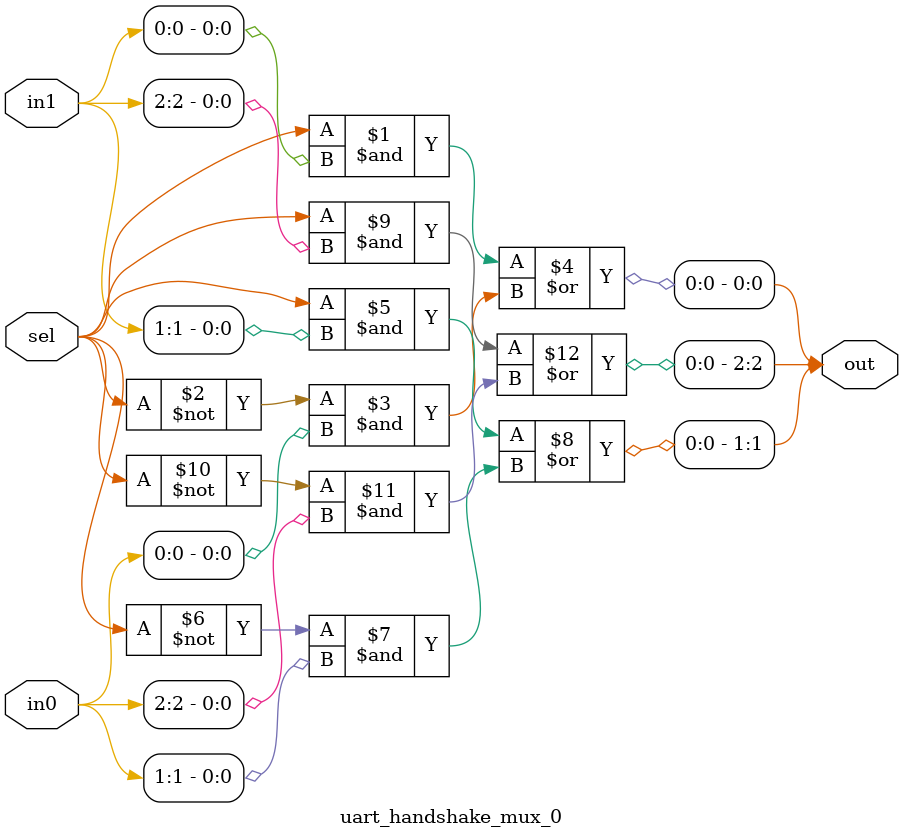
<source format=sv>
module uart_handshake_mux_0 (
    input  logic sel,
    input  logic [2:0] in0,
    input  logic [2:0] in1,
    output logic [2:0] out
);
	 assign out[0] = (sel & in1[0]) | (~sel & in0[0]);
    assign out[1] = (sel & in1[1]) | (~sel & in0[1]);
    assign out[2] = (sel & in1[2]) | (~sel & in0[2]);
endmodule
</source>
